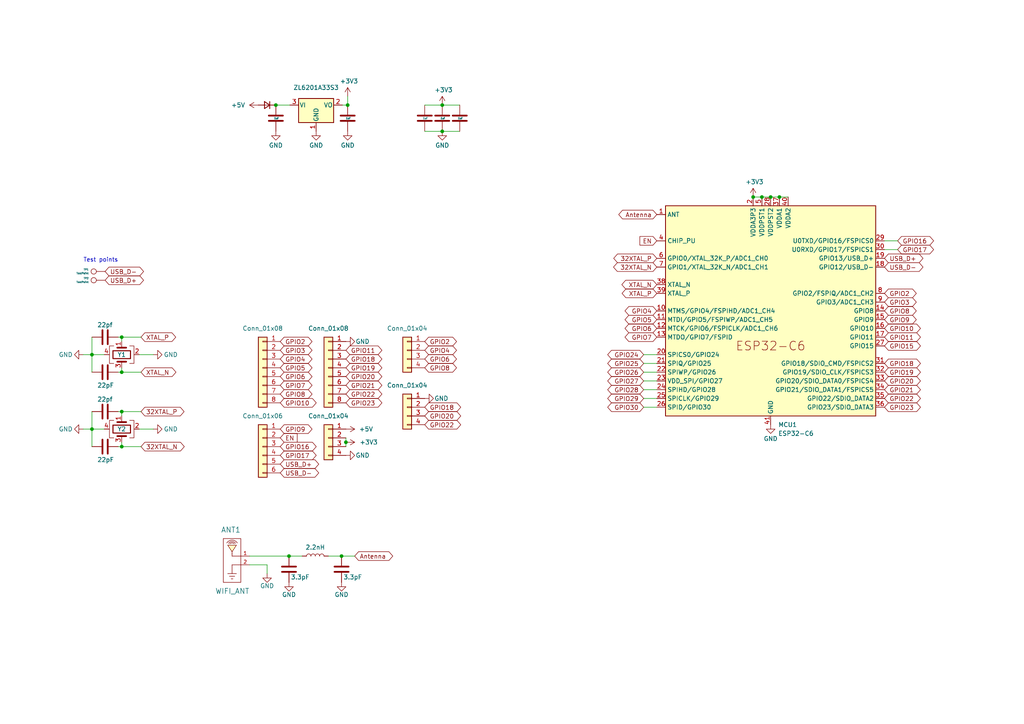
<source format=kicad_sch>
(kicad_sch (version 20231120) (generator "eeschema") (generator_version "8.0")
  (paper "A4")
  (lib_symbols
    (symbol "Connector:TestPoint" (pin_numbers hide) (pin_names (offset 0.762) hide)
      (property "Reference" "TP" (at 0 6.858 0))
      (property "Value" "TestPoint" (at 0 5.08 0))
      (symbol "TestPoint_0_1"
        (circle (center 0 3.302) (radius 0.762))
      )
      (symbol "TestPoint_1_1"
        (pin passive line (at 0 0 90) (length 2.54) (name "1") (number "1"))
      )
    )
    (symbol "Connector_Generic:Conn_01x04" (pin_names (offset 1.016) hide)
      (property "Reference" "J" (at 0 5.08 0))
      (property "Value" "Conn_01x04" (at 0 -7.62 0))
      (symbol "Conn_01x04_1_1"
        (rectangle (start -1.27 -4.953) (end 0 -5.207) (stroke (width 0.1524)))
        (rectangle (start -1.27 -2.413) (end 0 -2.667) (stroke (width 0.1524)))
        (rectangle (start -1.27 0.127) (end 0 -0.127) (stroke (width 0.1524)))
        (rectangle (start -1.27 2.667) (end 0 2.413) (stroke (width 0.1524)))
        (rectangle (start -1.27 3.81) (end 1.27 -6.35) (stroke (width 0.254)) (fill (type background)))
        (pin passive line (at -5.08 2.54 0) (length 3.81) (name "Pin_1") (number "1"))
        (pin passive line (at -5.08 0 0) (length 3.81) (name "Pin_2") (number "2"))
        (pin passive line (at -5.08 -2.54 0) (length 3.81) (name "Pin_3") (number "3"))
        (pin passive line (at -5.08 -5.08 0) (length 3.81) (name "Pin_4") (number "4"))
      )
    )
    (symbol "Connector_Generic:Conn_01x06" (pin_names (offset 1.016) hide)
      (property "Reference" "J" (at 0 7.62 0))
      (property "Value" "Conn_01x06" (at 0 -10.16 0))
      (symbol "Conn_01x06_1_1"
        (rectangle (start -1.27 -7.493) (end 0 -7.747) (stroke (width 0.1524)))
        (rectangle (start -1.27 -4.953) (end 0 -5.207) (stroke (width 0.1524)))
        (rectangle (start -1.27 -2.413) (end 0 -2.667) (stroke (width 0.1524)))
        (rectangle (start -1.27 0.127) (end 0 -0.127) (stroke (width 0.1524)))
        (rectangle (start -1.27 2.667) (end 0 2.413) (stroke (width 0.1524)))
        (rectangle (start -1.27 5.207) (end 0 4.953) (stroke (width 0.1524)))
        (rectangle (start -1.27 6.35) (end 1.27 -8.89) (stroke (width 0.254)) (fill (type background)))
        (pin passive line (at -5.08 5.08 0) (length 3.81) (name "Pin_1") (number "1"))
        (pin passive line (at -5.08 2.54 0) (length 3.81) (name "Pin_2") (number "2"))
        (pin passive line (at -5.08 0 0) (length 3.81) (name "Pin_3") (number "3"))
        (pin passive line (at -5.08 -2.54 0) (length 3.81) (name "Pin_4") (number "4"))
        (pin passive line (at -5.08 -5.08 0) (length 3.81) (name "Pin_5") (number "5"))
        (pin passive line (at -5.08 -7.62 0) (length 3.81) (name "Pin_6") (number "6"))
      )
    )
    (symbol "Connector_Generic:Conn_01x08" (pin_names (offset 1.016) hide)
      (property "Reference" "J" (at 0 10.16 0))
      (property "Value" "Conn_01x08" (at 0 -12.7 0))
      (symbol "Conn_01x08_1_1"
        (rectangle (start -1.27 -10.033) (end 0 -10.287) (stroke (width 0.1524)))
        (rectangle (start -1.27 -7.493) (end 0 -7.747) (stroke (width 0.1524)))
        (rectangle (start -1.27 -4.953) (end 0 -5.207) (stroke (width 0.1524)))
        (rectangle (start -1.27 -2.413) (end 0 -2.667) (stroke (width 0.1524)))
        (rectangle (start -1.27 0.127) (end 0 -0.127) (stroke (width 0.1524)))
        (rectangle (start -1.27 2.667) (end 0 2.413) (stroke (width 0.1524)))
        (rectangle (start -1.27 5.207) (end 0 4.953) (stroke (width 0.1524)))
        (rectangle (start -1.27 7.747) (end 0 7.493) (stroke (width 0.1524)))
        (rectangle (start -1.27 8.89) (end 1.27 -11.43) (stroke (width 0.254)) (fill (type background)))
        (pin passive line (at -5.08 7.62 0) (length 3.81) (name "Pin_1") (number "1"))
        (pin passive line (at -5.08 5.08 0) (length 3.81) (name "Pin_2") (number "2"))
        (pin passive line (at -5.08 2.54 0) (length 3.81) (name "Pin_3") (number "3"))
        (pin passive line (at -5.08 0 0) (length 3.81) (name "Pin_4") (number "4"))
        (pin passive line (at -5.08 -2.54 0) (length 3.81) (name "Pin_5") (number "5"))
        (pin passive line (at -5.08 -5.08 0) (length 3.81) (name "Pin_6") (number "6"))
        (pin passive line (at -5.08 -7.62 0) (length 3.81) (name "Pin_7") (number "7"))
        (pin passive line (at -5.08 -10.16 0) (length 3.81) (name "Pin_8") (number "8"))
      )
    )
    (symbol "Device:C" (pin_numbers hide) (pin_names (offset 0.254))
      (property "Reference" "C" (at 0.635 2.54 0))
      (property "Value" "C" (at 0.635 -2.54 0))
      (symbol "C_0_1"
        (polyline (pts (xy -2.032 -0.762) (xy 2.032 -0.762)) (stroke (width 0.508)))
        (polyline (pts (xy -2.032 0.762) (xy 2.032 0.762)) (stroke (width 0.508)))
      )
      (symbol "C_1_1"
        (pin passive line (at 0 3.81 270) (length 2.794) (name "~") (number "1"))
        (pin passive line (at 0 -3.81 90) (length 2.794) (name "~") (number "2"))
      )
    )
    (symbol "Device:Crystal_GND24" (pin_names (offset 1.016) hide)
      (property "Reference" "Y" (at 3.175 5.08 0))
      (property "Value" "Crystal_GND24" (at 3.175 3.175 0))
      (symbol "Crystal_GND24_0_1"
        (rectangle (start -1.143 2.54) (end 1.143 -2.54) (stroke (width 0.3048)))
        (polyline (pts (xy -2.54 0) (xy -2.032 0)))
        (polyline (pts (xy -2.032 -1.27) (xy -2.032 1.27)) (stroke (width 0.508)))
        (polyline (pts (xy 0 -3.81) (xy 0 -3.556)))
        (polyline (pts (xy 0 3.556) (xy 0 3.81)))
        (polyline (pts (xy 2.032 -1.27) (xy 2.032 1.27)) (stroke (width 0.508)))
        (polyline (pts (xy 2.032 0) (xy 2.54 0)))
        (polyline (pts (xy -2.54 -2.286) (xy -2.54 -3.556) (xy 2.54 -3.556) (xy 2.54 -2.286)))
        (polyline (pts (xy -2.54 2.286) (xy -2.54 3.556) (xy 2.54 3.556) (xy 2.54 2.286)))
      )
      (symbol "Crystal_GND24_1_1"
        (pin passive line (at -3.81 0 0) (length 1.27) (name "1") (number "1"))
        (pin passive line (at 0 5.08 270) (length 1.27) (name "2") (number "2"))
        (pin passive line (at 3.81 0 180) (length 1.27) (name "3") (number "3"))
        (pin passive line (at 0 -5.08 90) (length 1.27) (name "4") (number "4"))
      )
    )
    (symbol "Device:D_Small" (pin_numbers hide) (pin_names (offset 0.254) hide)
      (property "Reference" "D" (at -1.27 2.032 0))
      (property "Value" "D_Small" (at -3.81 -2.032 0))
      (symbol "D_Small_0_1"
        (polyline (pts (xy -0.762 -1.016) (xy -0.762 1.016)) (stroke (width 0.254)))
        (polyline (pts (xy -0.762 0) (xy 0.762 0)))
        (polyline (pts (xy 0.762 -1.016) (xy -0.762 0) (xy 0.762 1.016) (xy 0.762 -1.016)) (stroke (width 0.254)))
      )
      (symbol "D_Small_1_1"
        (pin passive line (at -2.54 0 0) (length 1.778) (name "K") (number "1"))
        (pin passive line (at 2.54 0 180) (length 1.778) (name "A") (number "2"))
      )
    )
    (symbol "Device:L" (pin_numbers hide) (pin_names (offset 1.016) hide)
      (property "Reference" "L" (at -1.27 0 90))
      (property "Value" "L" (at 1.905 0 90))
      (symbol "L_0_1"
        (arc (start 0 -2.54) (mid 0.6323 -1.905) (end 0 -1.27))
        (arc (start 0 -1.27) (mid 0.6323 -0.635) (end 0 0))
        (arc (start 0 0) (mid 0.6323 0.635) (end 0 1.27))
        (arc (start 0 1.27) (mid 0.6323 1.905) (end 0 2.54))
      )
      (symbol "L_1_1"
        (pin passive line (at 0 3.81 270) (length 1.27) (name "1") (number "1"))
        (pin passive line (at 0 -3.81 90) (length 1.27) (name "2") (number "2"))
      )
    )
    (symbol "ESP32-PRO_Rev_B1:GND" (power) (pin_names (offset 0))
      (property "Value" "GND" (at 0 -3.81 0))
      (symbol "GND_0_1"
        (polyline (pts (xy 0 0) (xy 0 -1.27) (xy 1.27 -1.27) (xy 0 -2.54) (xy -1.27 -1.27) (xy 0 -1.27)))
      )
      (symbol "GND_1_1"
        (pin power_in line (at 0 0 270) (length 0) hide (name "GND") (number "1"))
      )
    )
    (symbol "ESP32-PRO_Rev_B1:WIFI_ANT_ESP8266" (pin_names (offset 1.016))
      (property "Reference" "ANT" (at 0 8.89 0))
      (property "Value" "WIFI_ANT_ESP8266" (at 0.254 -6.35 0))
      (symbol "WIFI_ANT_ESP8266_0_1"
        (rectangle (start -2.54 -5.08) (end 2.54 7.62))
        (rectangle (start -2.54 0) (end 0 0))
        (rectangle (start -2.54 2.54) (end 0 2.54))
        (rectangle (start -1.27 -2.54) (end 1.27 -2.54))
        (rectangle (start -0.254 -4.064) (end 0.254 -4.064))
        (rectangle (start 0 0) (end 0 -2.54))
        (polyline (pts (xy 0 3.81) (xy 1.27 5.715) (xy -1.27 5.715) (xy 0 3.81)) (fill (type background)))
        (rectangle (start 0 2.54) (end 0 3.175))
        (rectangle (start 0 3.175) (end 0 3.175))
        (rectangle (start 0 3.175) (end 0 3.81))
        (rectangle (start 0.762 -3.302) (end -0.762 -3.302))
        (arc (start 1.016 6.223) (mid 0 6.731) (end -1.016 6.223))
        (arc (start 1.524 6.35) (mid 0 7.1656) (end -1.524 6.35))
      )
      (symbol "WIFI_ANT_ESP8266_1_1"
        (arc (start 0.635 6.096) (mid 0 6.359) (end -0.635 6.096))
        (pin input line (at -5.08 2.54 0) (length 2.54) (name "~") (number "1"))
        (pin input line (at -5.08 0 0) (length 2.54) (name "~") (number "2"))
      )
    )
    (symbol "ESP32:ESP32-C6"
      (property "Reference" "U" (at -27.94 33.02 0))
      (property "Value" "ESP32-C6" (at 25.4 33.02 0))
      (symbol "ESP32-C6_0_0"
        (text "ESP32-C6" (at 0 -10.16 0) (effects (font (size 2.54 2.54))))
      )
      (symbol "ESP32-C6_0_1"
        (rectangle (start -30.48 30.48) (end 30.48 -30.48) (stroke (width 0.254)) (fill (type background)))
      )
      (symbol "ESP32-C6_1_1"
        (pin bidirectional line (at -33.02 27.94 0) (length 2.54) (name "ANT") (number "1"))
        (pin bidirectional line (at -33.02 0 0) (length 2.54) (name "MTMS/GPIO4/FSPIHD/ADC1_CH4") (number "10"))
        (pin bidirectional line (at -33.02 -2.54 0) (length 2.54) (name "MTDI/GPIO5/FSPIWP/ADC1_CH5") (number "11"))
        (pin bidirectional line (at -33.02 -5.08 0) (length 2.54) (name "MTCK/GPIO6/FSPICLK/ADC1_CH6") (number "12"))
        (pin bidirectional line (at -33.02 -7.62 0) (length 2.54) (name "MTDO/GPIO7/FSPID") (number "13"))
        (pin bidirectional line (at 33.02 0 180) (length 2.54) (name "GPIO8") (number "14"))
        (pin bidirectional line (at 33.02 -2.54 180) (length 2.54) (name "GPIO9") (number "15"))
        (pin bidirectional line (at 33.02 -5.08 180) (length 2.54) (name "GPIO10") (number "16"))
        (pin bidirectional line (at 33.02 -7.62 180) (length 2.54) (name "GPIO11") (number "17"))
        (pin bidirectional line (at 33.02 12.7 180) (length 2.54) (name "GPIO12/USB_D-") (number "18"))
        (pin bidirectional line (at 33.02 15.24 180) (length 2.54) (name "GPIO13/USB_D+") (number "19"))
        (pin power_in line (at -5.08 33.02 270) (length 2.54) (name "VDDA3P3") (number "2"))
        (pin bidirectional line (at -33.02 -12.7 0) (length 2.54) (name "SPICS0/GPIO24") (number "20"))
        (pin bidirectional line (at -33.02 -15.24 0) (length 2.54) (name "SPIQ/GPIO25") (number "21"))
        (pin bidirectional line (at -33.02 -17.78 0) (length 2.54) (name "SPIWP/GPIO26") (number "22"))
        (pin bidirectional line (at -33.02 -20.32 0) (length 2.54) (name "VDD_SPI/GPIO27") (number "23"))
        (pin bidirectional line (at -33.02 -22.86 0) (length 2.54) (name "SPIHD/GPIO28") (number "24"))
        (pin bidirectional line (at -33.02 -25.4 0) (length 2.54) (name "SPICLK/GPIO29") (number "25"))
        (pin bidirectional line (at -33.02 -27.94 0) (length 2.54) (name "SPID/GPIO30") (number "26"))
        (pin bidirectional line (at 33.02 -10.16 180) (length 2.54) (name "GPIO15") (number "27"))
        (pin power_in line (at 0 33.02 270) (length 2.54) (name "VDDPST2") (number "28"))
        (pin bidirectional line (at 33.02 20.32 180) (length 2.54) (name "U0TXD/GPIO16/FSPICS0") (number "29"))
        (pin passive line (at -5.08 33.02 270) (length 2.54) hide (name "VDDA3P3") (number "3"))
        (pin bidirectional line (at 33.02 17.78 180) (length 2.54) (name "U0RXD/GPIO17/FSPICS1") (number "30"))
        (pin bidirectional line (at 33.02 -15.24 180) (length 2.54) (name "GPIO18/SDIO_CMD/FSPICS2") (number "31"))
        (pin bidirectional line (at 33.02 -17.78 180) (length 2.54) (name "GPIO19/SDIO_CLK/FSPICS3") (number "32"))
        (pin bidirectional line (at 33.02 -20.32 180) (length 2.54) (name "GPIO20/SDIO_DATA0/FSPICS4") (number "33"))
        (pin bidirectional line (at 33.02 -22.86 180) (length 2.54) (name "GPIO21/SDIO_DATA1/FSPICS5") (number "34"))
        (pin bidirectional line (at 33.02 -25.4 180) (length 2.54) (name "GPIO22/SDIO_DATA2") (number "35"))
        (pin bidirectional line (at 33.02 -27.94 180) (length 2.54) (name "GPIO23/SDIO_DATA3") (number "36"))
        (pin power_in line (at 2.54 33.02 270) (length 2.54) (name "VDDA1") (number "37"))
        (pin output line (at -33.02 7.62 0) (length 2.54) (name "XTAL_N") (number "38"))
        (pin input line (at -33.02 5.08 0) (length 2.54) (name "XTAL_P") (number "39"))
        (pin input line (at -33.02 20.32 0) (length 2.54) (name "CHIP_PU") (number "4"))
        (pin power_in line (at 5.08 33.02 270) (length 2.54) (name "VDDA2") (number "40"))
        (pin power_in line (at 0 -33.02 90) (length 2.54) (name "GND") (number "41"))
        (pin power_in line (at -2.54 33.02 270) (length 2.54) (name "VDDPST1") (number "5"))
        (pin bidirectional line (at -33.02 15.24 0) (length 2.54) (name "GPIO0/XTAL_32K_P/ADC1_CH0") (number "6"))
        (pin bidirectional line (at -33.02 12.7 0) (length 2.54) (name "GPIO1/XTAL_32K_N/ADC1_CH1") (number "7"))
        (pin bidirectional line (at 33.02 5.08 180) (length 2.54) (name "GPIO2/FSPIQ/ADC1_CH2") (number "8"))
        (pin bidirectional line (at 33.02 2.54 180) (length 2.54) (name "GPIO3/ADC1_CH3") (number "9"))
      )
    )
    (symbol "Regulator_Linear:XC6206PxxxMR" (pin_names (offset 0.254))
      (property "Reference" "U" (at -3.81 3.175 0))
      (property "Value" "XC6206PxxxMR" (at 0 3.175 0))
      (symbol "XC6206PxxxMR_0_1"
        (rectangle (start -5.08 1.905) (end 5.08 -5.08) (stroke (width 0.254)) (fill (type background)))
      )
      (symbol "XC6206PxxxMR_1_1"
        (pin power_in line (at 0 -7.62 90) (length 2.54) (name "GND") (number "1"))
        (pin power_out line (at 7.62 0 180) (length 2.54) (name "VO") (number "2"))
        (pin power_in line (at -7.62 0 0) (length 2.54) (name "VI") (number "3"))
      )
    )
    (symbol "power:+3V3" (power) (pin_names (offset 0))
      (property "Value" "+3V3" (at 0 3.556 0))
      (symbol "+3V3_0_1"
        (polyline (pts (xy -0.762 1.27) (xy 0 2.54)))
        (polyline (pts (xy 0 0) (xy 0 2.54)))
        (polyline (pts (xy 0 2.54) (xy 0.762 1.27)))
      )
      (symbol "+3V3_1_1"
        (pin power_in line (at 0 0 90) (length 0) hide (name "+3V3") (number "1"))
      )
    )
    (symbol "power:+5V" (power) (pin_names (offset 0))
      (property "Value" "+5V" (at 0 3.556 0))
      (symbol "+5V_0_1"
        (polyline (pts (xy -0.762 1.27) (xy 0 2.54)))
        (polyline (pts (xy 0 0) (xy 0 2.54)))
        (polyline (pts (xy 0 2.54) (xy 0.762 1.27)))
      )
      (symbol "+5V_1_1"
        (pin power_in line (at 0 0 90) (length 0) hide (name "+5V") (number "1"))
      )
    )
    (symbol "power:GND" (power) (pin_names (offset 0))
      (property "Value" "GND" (at 0 -3.81 0))
      (symbol "GND_0_1"
        (polyline (pts (xy 0 0) (xy 0 -1.27) (xy 1.27 -1.27) (xy 0 -2.54) (xy -1.27 -1.27) (xy 0 -1.27)))
      )
      (symbol "GND_1_1"
        (pin power_in line (at 0 0 270) (length 0) hide (name "GND") (number "1"))
      )
    )
  )
  (junction (at 99.06 161.29))
  (junction (at 128.27 38.1))
  (junction (at 220.98 57.15))
  (junction (at 35.306 129.54))
  (junction (at 83.82 161.29))
  (junction (at 100.33 128.27))
  (junction (at 218.44 57.15))
  (junction (at 128.27 30.48))
  (junction (at 223.52 57.15))
  (junction (at 100.838 30.48))
  (junction (at 26.67 124.46))
  (junction (at 35.306 97.79))
  (junction (at 35.306 107.95))
  (junction (at 35.306 119.38))
  (junction (at 26.67 102.87))
  (junction (at 80.01 30.48))
  (junction (at 226.06 57.15))
  (wire (pts (xy 186.69 113.03) (xy 190.5 113.03)))
  (wire (pts (xy 40.386 124.46) (xy 44.45 124.46)))
  (wire (pts (xy 35.306 97.79) (xy 34.29 97.79)))
  (wire (pts (xy 35.306 119.38) (xy 35.306 120.65)))
  (wire (pts (xy 102.87 161.29) (xy 99.06 161.29)))
  (wire (pts (xy 99.06 161.29) (xy 95.25 161.29)))
  (wire (pts (xy 186.69 102.87) (xy 190.5 102.87)))
  (wire (pts (xy 226.06 57.15) (xy 228.6 57.15)))
  (wire (pts (xy 26.67 129.54) (xy 26.67 124.46)))
  (wire (pts (xy 40.894 107.95) (xy 35.306 107.95)))
  (wire (pts (xy 35.306 119.38) (xy 34.29 119.38)))
  (wire (pts (xy 80.01 30.48) (xy 84.074 30.48)))
  (wire (pts (xy 24.13 124.46) (xy 26.67 124.46)))
  (wire (pts (xy 260.35 69.85) (xy 256.54 69.85)))
  (wire (pts (xy 186.69 118.11) (xy 190.5 118.11)))
  (wire (pts (xy 99.314 30.48) (xy 100.838 30.48)))
  (wire (pts (xy 186.69 115.57) (xy 190.5 115.57)))
  (wire (pts (xy 218.44 57.15) (xy 220.98 57.15)))
  (wire (pts (xy 40.894 129.54) (xy 35.306 129.54)))
  (wire (pts (xy 87.63 161.29) (xy 83.82 161.29)))
  (wire (pts (xy 26.67 124.46) (xy 30.226 124.46)))
  (wire (pts (xy 123.19 30.48) (xy 128.27 30.48)))
  (wire (pts (xy 40.894 97.79) (xy 35.306 97.79)))
  (wire (pts (xy 100.33 128.27) (xy 100.33 127)))
  (wire (pts (xy 123.19 38.1) (xy 128.27 38.1)))
  (wire (pts (xy 35.306 107.95) (xy 35.306 106.68)))
  (wire (pts (xy 100.33 129.54) (xy 100.33 128.27)))
  (wire (pts (xy 128.27 38.1) (xy 133.35 38.1)))
  (wire (pts (xy 220.98 57.15) (xy 223.52 57.15)))
  (wire (pts (xy 186.69 110.49) (xy 190.5 110.49)))
  (wire (pts (xy 72.39 163.83) (xy 77.47 163.83)))
  (wire (pts (xy 40.894 119.38) (xy 35.306 119.38)))
  (wire (pts (xy 128.27 30.48) (xy 133.35 30.48)))
  (wire (pts (xy 35.306 107.95) (xy 34.29 107.95)))
  (wire (pts (xy 40.386 102.87) (xy 44.45 102.87)))
  (wire (pts (xy 24.13 102.87) (xy 26.67 102.87)))
  (wire (pts (xy 35.306 97.79) (xy 35.306 99.06)))
  (wire (pts (xy 26.67 102.87) (xy 30.226 102.87)))
  (wire (pts (xy 26.67 107.95) (xy 26.67 102.87)))
  (wire (pts (xy 223.52 57.15) (xy 226.06 57.15)))
  (wire (pts (xy 100.838 27.94) (xy 100.838 30.48)))
  (wire (pts (xy 260.35 72.39) (xy 256.54 72.39)))
  (wire (pts (xy 26.67 102.87) (xy 26.67 97.79)))
  (wire (pts (xy 77.47 163.83) (xy 77.47 166.37)))
  (wire (pts (xy 186.69 105.41) (xy 190.5 105.41)))
  (wire (pts (xy 35.306 129.54) (xy 34.29 129.54)))
  (wire (pts (xy 35.306 129.54) (xy 35.306 128.27)))
  (wire (pts (xy 26.67 124.46) (xy 26.67 119.38)))
  (wire (pts (xy 83.82 161.29) (xy 72.39 161.29)))
  (wire (pts (xy 186.69 107.95) (xy 190.5 107.95)))
  (text "Test points" (at 34.29 76.2 0) (effects (font (size 1.1938 1.1938)) (justify right bottom)))
  (global_label "Antenna" (shape bidirectional) (at 190.5 62.23 180) (property "Intersheetrefs" "${INTERSHEET_REFS}" (effects (hide yes))))
  (global_label "USB_D+" (shape bidirectional) (at 81.28 134.62 0) (property "Intersheetrefs" "${INTERSHEET_REFS}" (effects (hide yes))))
  (global_label "GPIO6" (shape bidirectional) (at 81.28 109.22 0) (property "Intersheetrefs" "${INTERSHEET_REFS}" (effects (hide yes))))
  (global_label "GPIO9" (shape bidirectional) (at 256.54 92.71 0) (property "Intersheetrefs" "${INTERSHEET_REFS}" (effects (hide yes))))
  (global_label "GPIO20" (shape bidirectional) (at 123.19 120.65 0) (property "Intersheetrefs" "${INTERSHEET_REFS}" (effects (hide yes))))
  (global_label "32XTAL_N" (shape bidirectional) (at 190.5 77.47 180) (property "Intersheetrefs" "${INTERSHEET_REFS}" (effects (hide yes))))
  (global_label "GPIO11" (shape bidirectional) (at 100.33 101.6 0) (property "Intersheetrefs" "${INTERSHEET_REFS}" (effects (hide yes))))
  (global_label "GPIO8" (shape bidirectional) (at 81.28 114.3 0) (property "Intersheetrefs" "${INTERSHEET_REFS}" (effects (hide yes))))
  (global_label "GPIO17" (shape bidirectional) (at 260.35 72.39 0) (property "Intersheetrefs" "${INTERSHEET_REFS}" (effects (hide yes))))
  (global_label "GPIO25" (shape bidirectional) (at 186.69 105.41 180) (property "Intersheetrefs" "${INTERSHEET_REFS}" (effects (hide yes))))
  (global_label "GPIO18" (shape bidirectional) (at 256.54 105.41 0) (property "Intersheetrefs" "${INTERSHEET_REFS}" (effects (hide yes))))
  (global_label "32XTAL_P" (shape bidirectional) (at 40.894 119.38 0) (property "Intersheetrefs" "${INTERSHEET_REFS}" (effects (hide yes))))
  (global_label "GPIO16" (shape bidirectional) (at 81.28 129.54 0) (property "Intersheetrefs" "${INTERSHEET_REFS}" (effects (hide yes))))
  (global_label "GPIO6" (shape bidirectional) (at 190.5 95.25 180) (property "Intersheetrefs" "${INTERSHEET_REFS}" (effects (hide yes))))
  (global_label "GPIO17" (shape bidirectional) (at 81.28 132.08 0) (property "Intersheetrefs" "${INTERSHEET_REFS}" (effects (hide yes))))
  (global_label "GPIO18" (shape bidirectional) (at 100.33 104.14 0) (property "Intersheetrefs" "${INTERSHEET_REFS}" (effects (hide yes))))
  (global_label "USB_D+" (shape bidirectional) (at 30.48 81.28 0) (property "Intersheetrefs" "${INTERSHEET_REFS}" (effects (hide yes))))
  (global_label "GPIO18" (shape bidirectional) (at 123.19 118.11 0) (property "Intersheetrefs" "${INTERSHEET_REFS}" (effects (hide yes))))
  (global_label "GPIO20" (shape bidirectional) (at 256.54 110.49 0) (property "Intersheetrefs" "${INTERSHEET_REFS}" (effects (hide yes))))
  (global_label "XTAL_P" (shape bidirectional) (at 190.5 85.09 180) (property "Intersheetrefs" "${INTERSHEET_REFS}" (effects (hide yes))))
  (global_label "EN" (shape input) (at 81.28 127 0) (property "Intersheetrefs" "${INTERSHEET_REFS}" (effects (hide yes))))
  (global_label "GPIO5" (shape bidirectional) (at 81.28 106.68 0) (property "Intersheetrefs" "${INTERSHEET_REFS}" (effects (hide yes))))
  (global_label "XTAL_N" (shape bidirectional) (at 40.894 107.95 0) (property "Intersheetrefs" "${INTERSHEET_REFS}" (effects (hide yes))))
  (global_label "GPIO9" (shape bidirectional) (at 81.28 124.46 0) (property "Intersheetrefs" "${INTERSHEET_REFS}" (effects (hide yes))))
  (global_label "USB_D-" (shape bidirectional) (at 256.54 77.47 0) (property "Intersheetrefs" "${INTERSHEET_REFS}" (effects (hide yes))))
  (global_label "GPIO7" (shape bidirectional) (at 81.28 111.76 0) (property "Intersheetrefs" "${INTERSHEET_REFS}" (effects (hide yes))))
  (global_label "GPIO8" (shape bidirectional) (at 256.54 90.17 0) (property "Intersheetrefs" "${INTERSHEET_REFS}" (effects (hide yes))))
  (global_label "GPIO11" (shape bidirectional) (at 256.54 97.79 0) (property "Intersheetrefs" "${INTERSHEET_REFS}" (effects (hide yes))))
  (global_label "GPIO29" (shape bidirectional) (at 186.69 115.57 180) (property "Intersheetrefs" "${INTERSHEET_REFS}" (effects (hide yes))))
  (global_label "GPIO22" (shape bidirectional) (at 256.54 115.57 0) (property "Intersheetrefs" "${INTERSHEET_REFS}" (effects (hide yes))))
  (global_label "GPIO2" (shape bidirectional) (at 256.54 85.09 0) (property "Intersheetrefs" "${INTERSHEET_REFS}" (effects (hide yes))))
  (global_label "USB_D+" (shape bidirectional) (at 256.54 74.93 0) (property "Intersheetrefs" "${INTERSHEET_REFS}" (effects (hide yes))))
  (global_label "GPIO20" (shape bidirectional) (at 100.33 109.22 0) (property "Intersheetrefs" "${INTERSHEET_REFS}" (effects (hide yes))))
  (global_label "GPIO2" (shape bidirectional) (at 123.19 99.06 0) (property "Intersheetrefs" "${INTERSHEET_REFS}" (effects (hide yes))))
  (global_label "GPIO19" (shape bidirectional) (at 100.33 106.68 0) (property "Intersheetrefs" "${INTERSHEET_REFS}" (effects (hide yes))))
  (global_label "GPIO10" (shape bidirectional) (at 81.28 116.84 0) (property "Intersheetrefs" "${INTERSHEET_REFS}" (effects (hide yes))))
  (global_label "GPIO24" (shape bidirectional) (at 186.69 102.87 180) (property "Intersheetrefs" "${INTERSHEET_REFS}" (effects (hide yes))))
  (global_label "XTAL_P" (shape bidirectional) (at 40.894 97.79 0) (property "Intersheetrefs" "${INTERSHEET_REFS}" (effects (hide yes))))
  (global_label "GPIO30" (shape bidirectional) (at 186.69 118.11 180) (property "Intersheetrefs" "${INTERSHEET_REFS}" (effects (hide yes))))
  (global_label "GPIO23" (shape bidirectional) (at 256.54 118.11 0) (property "Intersheetrefs" "${INTERSHEET_REFS}" (effects (hide yes))))
  (global_label "GPIO21" (shape bidirectional) (at 256.54 113.03 0) (property "Intersheetrefs" "${INTERSHEET_REFS}" (effects (hide yes))))
  (global_label "GPIO15" (shape bidirectional) (at 256.54 100.33 0) (property "Intersheetrefs" "${INTERSHEET_REFS}" (effects (hide yes))))
  (global_label "GPIO22" (shape bidirectional) (at 100.33 114.3 0) (property "Intersheetrefs" "${INTERSHEET_REFS}" (effects (hide yes))))
  (global_label "GPIO3" (shape bidirectional) (at 256.54 87.63 0) (property "Intersheetrefs" "${INTERSHEET_REFS}" (effects (hide yes))))
  (global_label "GPIO21" (shape bidirectional) (at 100.33 111.76 0) (property "Intersheetrefs" "${INTERSHEET_REFS}" (effects (hide yes))))
  (global_label "GPIO22" (shape bidirectional) (at 123.19 123.19 0) (property "Intersheetrefs" "${INTERSHEET_REFS}" (effects (hide yes))))
  (global_label "Antenna" (shape bidirectional) (at 102.87 161.29 0) (property "Intersheetrefs" "${INTERSHEET_REFS}" (effects (hide yes))))
  (global_label "GPIO8" (shape bidirectional) (at 123.19 106.68 0) (property "Intersheetrefs" "${INTERSHEET_REFS}" (effects (hide yes))))
  (global_label "GPIO16" (shape bidirectional) (at 260.35 69.85 0) (property "Intersheetrefs" "${INTERSHEET_REFS}" (effects (hide yes))))
  (global_label "GPIO6" (shape bidirectional) (at 123.19 104.14 0) (property "Intersheetrefs" "${INTERSHEET_REFS}" (effects (hide yes))))
  (global_label "XTAL_N" (shape bidirectional) (at 190.5 82.55 180) (property "Intersheetrefs" "${INTERSHEET_REFS}" (effects (hide yes))))
  (global_label "GPIO27" (shape bidirectional) (at 186.69 110.49 180) (property "Intersheetrefs" "${INTERSHEET_REFS}" (effects (hide yes))))
  (global_label "GPIO19" (shape bidirectional) (at 256.54 107.95 0) (property "Intersheetrefs" "${INTERSHEET_REFS}" (effects (hide yes))))
  (global_label "GPIO2" (shape bidirectional) (at 81.28 99.06 0) (property "Intersheetrefs" "${INTERSHEET_REFS}" (effects (hide yes))))
  (global_label "GPIO3" (shape bidirectional) (at 81.28 101.6 0) (property "Intersheetrefs" "${INTERSHEET_REFS}" (effects (hide yes))))
  (global_label "GPIO4" (shape bidirectional) (at 123.19 101.6 0) (property "Intersheetrefs" "${INTERSHEET_REFS}" (effects (hide yes))))
  (global_label "USB_D-" (shape bidirectional) (at 30.48 78.74 0) (property "Intersheetrefs" "${INTERSHEET_REFS}" (effects (hide yes))))
  (global_label "EN" (shape input) (at 190.5 69.85 180) (property "Intersheetrefs" "${INTERSHEET_REFS}" (effects (hide yes))))
  (global_label "GPIO10" (shape bidirectional) (at 256.54 95.25 0) (property "Intersheetrefs" "${INTERSHEET_REFS}" (effects (hide yes))))
  (global_label "GPIO23" (shape bidirectional) (at 100.33 116.84 0) (property "Intersheetrefs" "${INTERSHEET_REFS}" (effects (hide yes))))
  (global_label "USB_D-" (shape bidirectional) (at 81.28 137.16 0) (property "Intersheetrefs" "${INTERSHEET_REFS}" (effects (hide yes))))
  (global_label "32XTAL_N" (shape bidirectional) (at 40.894 129.54 0) (property "Intersheetrefs" "${INTERSHEET_REFS}" (effects (hide yes))))
  (global_label "GPIO4" (shape bidirectional) (at 81.28 104.14 0) (property "Intersheetrefs" "${INTERSHEET_REFS}" (effects (hide yes))))
  (global_label "GPIO28" (shape bidirectional) (at 186.69 113.03 180) (property "Intersheetrefs" "${INTERSHEET_REFS}" (effects (hide yes))))
  (global_label "GPIO5" (shape bidirectional) (at 190.5 92.71 180) (property "Intersheetrefs" "${INTERSHEET_REFS}" (effects (hide yes))))
  (global_label "GPIO4" (shape bidirectional) (at 190.5 90.17 180) (property "Intersheetrefs" "${INTERSHEET_REFS}" (effects (hide yes))))
  (global_label "GPIO7" (shape bidirectional) (at 190.5 97.79 180) (property "Intersheetrefs" "${INTERSHEET_REFS}" (effects (hide yes))))
  (global_label "GPIO26" (shape bidirectional) (at 186.69 107.95 180) (property "Intersheetrefs" "${INTERSHEET_REFS}" (effects (hide yes))))
  (global_label "32XTAL_P" (shape bidirectional) (at 190.5 74.93 180) (property "Intersheetrefs" "${INTERSHEET_REFS}" (effects (hide yes))))
  (symbol (lib_id "power:GND") (at 100.33 99.06 90) (unit 1)
    (property "Reference" "#PWR02" (effects (hide yes)))
    (property "Value" "GND" (at 105.156 99.06 90))
  )
  (symbol (lib_id "power:GND") (at 24.13 124.46 270) (unit 1)
    (property "Reference" "#PWR011" (effects (hide yes)))
    (property "Value" "GND" (at 19.05 124.46 90))
  )
  (symbol (lib_id "Device:C") (at 30.48 119.38 270) (unit 1)
    (property "Reference" "C5" (effects (hide yes)))
    (property "Value" "22pf" (at 28.194 115.824 90) (effects (justify left)))
    (property "Footprint" "Capacitor_SMD:C_0402_1005Metric" (effects (hide yes)))
    (property "LCSC" " " (effects (hide yes)))
  )
  (symbol (lib_id "Connector:TestPoint") (at 30.48 78.74 90) (mirror x) (unit 1)
    (property "Reference" "TP1" (at 25.7048 78.1812 90) (effects (font (size 0.508 0.508)) (justify left)))
    (property "Value" "TestPoint" (at 25.7048 79.2734 90) (effects (font (size 0.508 0.508)) (justify left)))
    (property "Footprint" "TestPoint:TestPoint_Pad_D1.5mm" (effects (hide yes)))
    (property "LCSC" " " (effects (hide yes)))
  )
  (symbol (lib_id "Connector:TestPoint") (at 30.48 81.28 90) (mirror x) (unit 1)
    (property "Reference" "TP2" (at 25.7048 80.7212 90) (effects (font (size 0.508 0.508)) (justify left)))
    (property "Value" "TestPoint" (at 25.7048 81.8134 90) (effects (font (size 0.508 0.508)) (justify left)))
    (property "Footprint" "TestPoint:TestPoint_Pad_D1.5mm" (effects (hide yes)))
    (property "LCSC" " " (effects (hide yes)))
  )
  (symbol (lib_id "Connector_Generic:Conn_01x08") (at 95.25 106.68 0) (mirror y) (unit 1)
    (property "Reference" "J3" (effects (hide yes)))
    (property "Value" "Conn_01x08" (at 95.25 95.25 0))
    (property "Footprint" "Connector_PinHeader_1.27mm:PinHeader_1x08_P1.27mm_Vertical" (effects (hide yes)))
    (property "Description" "Generic connector, single row, 01x08, script generated (kicad-library-utils/schlib/autogen/connector/)" (effects (hide yes)))
  )
  (symbol (lib_id "Connector_Generic:Conn_01x04") (at 118.11 118.11 0) (mirror y) (unit 1)
    (property "Reference" "J6" (effects (hide yes)))
    (property "Value" "Conn_01x04" (at 118.11 111.76 0))
    (property "Footprint" "Connector_PinHeader_2.54mm:PinHeader_1x04_P2.54mm_Vertical" (effects (hide yes)))
    (property "Description" "Generic connector, single row, 01x04, script generated (kicad-library-utils/schlib/autogen/connector/)" (effects (hide yes)))
  )
  (symbol (lib_id "power:+3V3") (at 218.44 57.15 0) (unit 1)
    (property "Reference" "#PWR012" (effects (hide yes)))
    (property "Value" "+3V3" (at 218.821 52.7558 0))
  )
  (symbol (lib_id "ESP32-PRO_Rev_B1:GND") (at 99.06 168.91 0) (unit 1)
    (property "Reference" "#PWR021" (effects (hide yes)))
    (property "Value" "GND" (at 99.06 172.466 0))
  )
  (symbol (lib_id "ESP32-PRO_Rev_B1:GND") (at 77.47 166.37 0) (unit 1)
    (property "Reference" "#PWR01" (effects (hide yes)))
    (property "Value" "GND" (at 77.47 169.926 0))
  )
  (symbol (lib_id "power:GND") (at 223.52 123.19 0) (unit 1)
    (property "Reference" "#PWR013" (effects (hide yes)))
    (property "Value" "GND" (at 223.52 127.254 0))
  )
  (symbol (lib_id "Device:C") (at 30.48 107.95 270) (unit 1)
    (property "Reference" "C4" (effects (hide yes)))
    (property "Value" "22pF" (at 28.194 111.76 90) (effects (justify left)))
    (property "Footprint" "Capacitor_SMD:C_0402_1005Metric" (effects (hide yes)))
    (property "LCSC" " " (effects (hide yes)))
  )
  (symbol (lib_id "Device:C") (at 100.838 34.29 0) (unit 1)
    (property "Reference" "C2" (effects (hide yes)))
    (property "Value" "1uf" (at 100.33 34.29 0) (effects (font (size 0.508 0.508)) (justify left)))
    (property "Footprint" "Capacitor_SMD:C_0402_1005Metric" (effects (hide yes)))
    (property "LCSC" " " (effects (hide yes)))
  )
  (symbol (lib_id "Device:C") (at 123.19 34.29 0) (unit 1)
    (property "Reference" "C8" (effects (hide yes)))
    (property "Value" "1uf" (at 122.682 34.29 0) (effects (font (size 0.508 0.508)) (justify left)))
    (property "Footprint" "Capacitor_SMD:C_0402_1005Metric" (effects (hide yes)))
    (property "LCSC" " " (effects (hide yes)))
  )
  (symbol (lib_id "power:+3V3") (at 100.838 27.94 0) (unit 1)
    (property "Reference" "#PWR08" (effects (hide yes)))
    (property "Value" "+3V3" (at 101.219 23.5458 0))
  )
  (symbol (lib_id "power:GND") (at 44.45 102.87 90) (mirror x) (unit 1)
    (property "Reference" "#PWR014" (effects (hide yes)))
    (property "Value" "GND" (at 49.53 102.87 90))
  )
  (symbol (lib_id "power:GND") (at 24.13 102.87 270) (unit 1)
    (property "Reference" "#PWR010" (effects (hide yes)))
    (property "Value" "GND" (at 19.05 102.87 90))
  )
  (symbol (lib_id "Device:C") (at 80.01 34.29 0) (unit 1)
    (property "Reference" "C1" (effects (hide yes)))
    (property "Value" "1uf" (at 79.502 34.29 0) (effects (font (size 0.508 0.508)) (justify left)))
    (property "Footprint" "Capacitor_SMD:C_0402_1005Metric" (effects (hide yes)))
    (property "LCSC" " " (effects (hide yes)))
  )
  (symbol (lib_id "Device:D_Small") (at 77.47 30.48 180) (unit 1)
    (property "Reference" "D1" (effects (hide yes)))
    (property "Value" "SOD-523 General" (effects (hide yes)))
    (property "Footprint" "Diode_SMD:D_SOD-523" (effects (hide yes)))
  )
  (symbol (lib_id "Device:C") (at 128.27 34.29 0) (unit 1)
    (property "Reference" "C7" (effects (hide yes)))
    (property "Value" "1uf" (at 127.762 34.29 0) (effects (font (size 0.508 0.508)) (justify left)))
    (property "Footprint" "Capacitor_SMD:C_0402_1005Metric" (effects (hide yes)))
    (property "LCSC" " " (effects (hide yes)))
  )
  (symbol (lib_id "Device:C") (at 83.82 165.1 0) (unit 1)
    (property "Reference" "C12" (effects (hide yes)))
    (property "Value" "3.3pF" (at 84.328 167.386 0) (effects (justify left)))
    (property "Footprint" "Capacitor_SMD:C_0201_0603Metric" (effects (hide yes)))
    (property "Description" "GRM0335C1H3R3CA01D" (effects (hide yes)))
  )
  (symbol (lib_id "Device:C") (at 133.35 34.29 0) (unit 1)
    (property "Reference" "C10" (effects (hide yes)))
    (property "Value" "1uf" (at 132.842 34.29 0) (effects (font (size 0.508 0.508)) (justify left)))
    (property "Footprint" "Capacitor_SMD:C_0402_1005Metric" (effects (hide yes)))
    (property "LCSC" " " (effects (hide yes)))
  )
  (symbol (lib_id "power:GND") (at 123.19 115.57 90) (unit 1)
    (property "Reference" "#PWR03" (effects (hide yes)))
    (property "Value" "GND" (at 128.016 115.57 90))
  )
  (symbol (lib_id "power:+3V3") (at 100.33 128.27 270) (unit 1)
    (property "Reference" "#PWR018" (effects (hide yes)))
    (property "Value" "+3V3" (at 106.934 128.27 90))
  )
  (symbol (lib_id "Device:Crystal_GND24") (at 35.306 102.87 270) (unit 1)
    (property "Reference" "Y1" (at 34.036 102.87 90) (effects (justify left)))
    (property "Value" "2016-4P 40MHz" (effects (hide yes)))
    (property "Footprint" "Crystal:Crystal_SMD_2016-4Pin_2.0x1.6mm" (effects (hide yes)))
    (property "LCSC" "OT201640MJBA4SL" (effects (hide yes)))
  )
  (symbol (lib_id "ESP32-PRO_Rev_B1:GND") (at 83.82 168.91 0) (unit 1)
    (property "Reference" "#PWR020" (effects (hide yes)))
    (property "Value" "GND" (at 83.82 172.466 0))
  )
  (symbol (lib_id "power:+3V3") (at 128.27 30.48 0) (unit 1)
    (property "Reference" "#PWR015" (effects (hide yes)))
    (property "Value" "+3V3" (at 128.651 26.0858 0))
  )
  (symbol (lib_id "power:GND") (at 91.694 38.1 0) (unit 1)
    (property "Reference" "#PWR07" (effects (hide yes)))
    (property "Value" "GND" (at 91.694 42.164 0))
  )
  (symbol (lib_id "power:GND") (at 128.27 38.1 0) (unit 1)
    (property "Reference" "#PWR016" (effects (hide yes)))
    (property "Value" "GND" (at 128.27 42.164 0))
  )
  (symbol (lib_id "power:GND") (at 100.838 38.1 0) (unit 1)
    (property "Reference" "#PWR09" (effects (hide yes)))
    (property "Value" "GND" (at 100.838 42.164 0))
  )
  (symbol (lib_id "power:+5V") (at 74.93 30.48 90) (unit 1)
    (property "Reference" "#PWR05" (effects (hide yes)))
    (property "Value" "+5V" (at 71.12 30.4799 90) (effects (justify left)))
  )
  (symbol (lib_id "Device:C") (at 30.48 97.79 270) (unit 1)
    (property "Reference" "C3" (effects (hide yes)))
    (property "Value" "22pf" (at 28.194 94.234 90) (effects (justify left)))
    (property "Footprint" "Capacitor_SMD:C_0402_1005Metric" (effects (hide yes)))
    (property "LCSC" " " (effects (hide yes)))
  )
  (symbol (lib_id "power:GND") (at 80.01 38.1 0) (unit 1)
    (property "Reference" "#PWR06" (effects (hide yes)))
    (property "Value" "GND" (at 80.01 42.164 0))
  )
  (symbol (lib_id "ESP32-PRO_Rev_B1:WIFI_ANT_ESP8266") (at 67.31 163.83 0) (mirror y) (unit 1)
    (property "Reference" "ANT1" (at 69.85 153.67 0) (effects (font (size 1.524 1.524)) (justify left)))
    (property "Value" "WIFI_ANT" (at 72.39 171.45 0) (effects (font (size 1.524 1.524)) (justify left)))
    (property "Footprint" "RF_Antenna:Texas_SWRA117D_2.4GHz_Left" (effects (hide yes)))
  )
  (symbol (lib_id "Regulator_Linear:XC6206PxxxMR") (at 91.694 30.48 0) (unit 1)
    (property "Reference" "U2" (effects (hide yes)))
    (property "Value" "ZL6201A33S3" (at 91.694 25.4 0))
    (property "Footprint" "Package_TO_SOT_SMD:SOT-23" (effects (hide yes)))
    (property "Datasheet" "https://www.torexsemi.com/file/xc6206/XC6206.pdf" (effects (hide yes)))
  )
  (symbol (lib_id "power:GND") (at 44.45 124.46 90) (mirror x) (unit 1)
    (property "Reference" "#PWR04" (effects (hide yes)))
    (property "Value" "GND" (at 49.53 124.46 90))
  )
  (symbol (lib_id "power:GND") (at 100.33 132.08 90) (unit 1)
    (property "Reference" "#PWR019" (effects (hide yes)))
    (property "Value" "GND" (at 105.156 132.08 90))
  )
  (symbol (lib_id "Device:L") (at 91.44 161.29 90) (unit 1)
    (property "Reference" "L1" (effects (hide yes)))
    (property "Value" "2.2nH" (at 91.44 158.75 90))
    (property "Footprint" "Inductor_SMD:L_0201_0603Metric" (effects (hide yes)))
    (property "Description" "LQP03TG2N2B02D" (effects (hide yes)))
  )
  (symbol (lib_id "Connector_Generic:Conn_01x06") (at 76.2 129.54 0) (mirror y) (unit 1)
    (property "Reference" "J1" (effects (hide yes)))
    (property "Value" "Conn_01x06" (at 76.2 120.65 0))
    (property "Footprint" "Connector_PinHeader_1.27mm:PinHeader_1x06_P1.27mm_Vertical" (effects (hide yes)))
    (property "Description" "Generic connector, single row, 01x06, script generated (kicad-library-utils/schlib/autogen/connector/)" (effects (hide yes)))
  )
  (symbol (lib_id "Connector_Generic:Conn_01x04") (at 95.25 127 0) (mirror y) (unit 1)
    (property "Reference" "J5" (effects (hide yes)))
    (property "Value" "Conn_01x04" (at 95.25 120.65 0))
    (property "Footprint" "Connector_PinHeader_1.27mm:PinHeader_1x04_P1.27mm_Vertical" (effects (hide yes)))
    (property "Description" "Generic connector, single row, 01x04, script generated (kicad-library-utils/schlib/autogen/connector/)" (effects (hide yes)))
  )
  (symbol (lib_id "Device:C") (at 30.48 129.54 270) (unit 1)
    (property "Reference" "C6" (effects (hide yes)))
    (property "Value" "22pF" (at 28.194 133.35 90) (effects (justify left)))
    (property "Footprint" "Capacitor_SMD:C_0402_1005Metric" (effects (hide yes)))
    (property "LCSC" " " (effects (hide yes)))
  )
  (symbol (lib_id "Connector_Generic:Conn_01x08") (at 76.2 106.68 0) (mirror y) (unit 1)
    (property "Reference" "J2" (effects (hide yes)))
    (property "Value" "Conn_01x08" (at 76.2 95.25 0))
    (property "Footprint" "Connector_PinHeader_1.27mm:PinHeader_1x08_P1.27mm_Vertical" (effects (hide yes)))
    (property "Description" "Generic connector, single row, 01x08, script generated (kicad-library-utils/schlib/autogen/connector/)" (effects (hide yes)))
  )
  (symbol (lib_id "ESP32:ESP32-C6") (at 223.52 90.17 0) (unit 1)
    (property "Reference" "MCU1" (at 225.7141 123.19 0) (effects (justify left)))
    (property "Value" "ESP32-C6" (at 225.7141 125.73 0) (effects (justify left)))
    (property "Footprint" "Package_DFN_QFN:QFN-40-1EP_5x5mm_P0.4mm_EP3.6x3.6mm" (effects (hide yes)))
    (property "Datasheet" "https://www.espressif.com/sites/default/files/documentation/esp32-c6_datasheet_en.pdf" (effects (hide yes)))
    (property "Description" "ESP32C6,ultra-low-power SoC with RISC-V single-core microprocessor,2.4 GHz Wi-Fi 6 (802.11 ax), Bluetooth 5 (LE), Zigbee and Thread (802.15.4),QFN-40" (effects (hide yes)))
  )
  (symbol (lib_id "Device:Crystal_GND24") (at 35.306 124.46 270) (unit 1)
    (property "Reference" "Y2" (at 34.036 124.46 90) (effects (justify left)))
    (property "Value" "SX2M32.768KM20F30TNN" (effects (hide yes)))
    (property "Footprint" "Crystal:Crystal_SMD_2520-4Pin_2.5x2.0mm" (effects (hide yes)))
    (property "LCSC" " " (effects (hide yes)))
  )
  (symbol (lib_id "Connector_Generic:Conn_01x04") (at 118.11 101.6 0) (mirror y) (unit 1)
    (property "Reference" "J4" (effects (hide yes)))
    (property "Value" "Conn_01x04" (at 118.11 95.25 0))
    (property "Footprint" "Connector_PinHeader_2.54mm:PinHeader_1x04_P2.54mm_Vertical" (effects (hide yes)))
    (property "Description" "Generic connector, single row, 01x04, script generated (kicad-library-utils/schlib/autogen/connector/)" (effects (hide yes)))
  )
  (symbol (lib_id "Device:C") (at 99.06 165.1 0) (unit 1)
    (property "Reference" "C13" (effects (hide yes)))
    (property "Value" "3.3pF" (at 99.568 167.386 0) (effects (justify left)))
    (property "Footprint" "Capacitor_SMD:C_0201_0603Metric" (effects (hide yes)))
    (property "Description" "GRM0335C1H3R3CA01D" (effects (hide yes)))
  )
  (symbol (lib_id "power:+5V") (at 100.33 124.46 270) (unit 1)
    (property "Reference" "#PWR017" (effects (hide yes)))
    (property "Value" "+5V" (at 104.14 124.4599 90) (effects (justify left)))
  )
)
</source>
